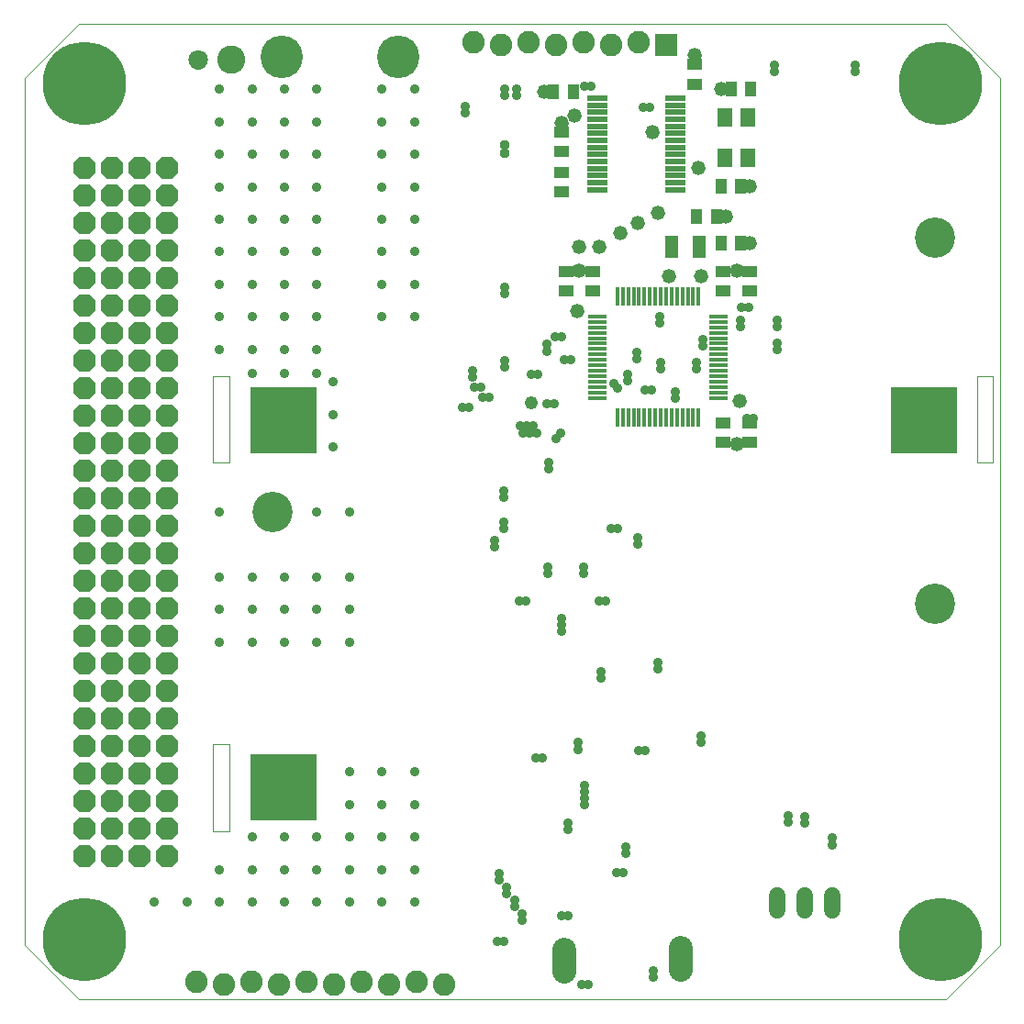
<source format=gbs>
G75*
%MOIN*%
%OFA0B0*%
%FSLAX25Y25*%
%IPPOS*%
%LPD*%
%AMOC8*
5,1,8,0,0,1.08239X$1,22.5*
%
%ADD10C,0.00000*%
%ADD11C,0.07099*%
%ADD12OC8,0.08200*%
%ADD13R,0.06902X0.01784*%
%ADD14R,0.01784X0.06902*%
%ADD15R,0.07690X0.02375*%
%ADD16R,0.04737X0.07887*%
%ADD17R,0.05524X0.03950*%
%ADD18R,0.03950X0.05524*%
%ADD19C,0.05200*%
%ADD20R,0.05721X0.07099*%
%ADD21R,0.01784X0.04737*%
%ADD22R,0.04737X0.01784*%
%ADD23R,0.08200X0.08200*%
%ADD24C,0.08200*%
%ADD25C,0.06000*%
%ADD26C,0.08600*%
%ADD27C,0.00394*%
%ADD28R,0.24422X0.24422*%
%ADD29C,0.30328*%
%ADD30C,0.03581*%
%ADD31C,0.04762*%
%ADD32C,0.15430*%
%ADD33C,0.14643*%
%ADD34C,0.03778*%
%ADD35C,0.10249*%
D10*
X0039902Y0020348D02*
X0020217Y0040033D01*
X0020217Y0354994D01*
X0039902Y0374679D01*
X0354862Y0374679D01*
X0374547Y0354994D01*
X0374547Y0040033D01*
X0354862Y0020348D01*
X0039902Y0020348D01*
X0080059Y0361687D02*
X0080061Y0361799D01*
X0080067Y0361910D01*
X0080077Y0362022D01*
X0080091Y0362133D01*
X0080108Y0362243D01*
X0080130Y0362353D01*
X0080156Y0362462D01*
X0080185Y0362570D01*
X0080218Y0362676D01*
X0080255Y0362782D01*
X0080296Y0362886D01*
X0080341Y0362989D01*
X0080389Y0363090D01*
X0080440Y0363189D01*
X0080495Y0363286D01*
X0080554Y0363381D01*
X0080615Y0363475D01*
X0080680Y0363566D01*
X0080749Y0363654D01*
X0080820Y0363740D01*
X0080894Y0363824D01*
X0080972Y0363904D01*
X0081052Y0363982D01*
X0081135Y0364058D01*
X0081220Y0364130D01*
X0081308Y0364199D01*
X0081398Y0364265D01*
X0081491Y0364327D01*
X0081586Y0364387D01*
X0081683Y0364443D01*
X0081781Y0364495D01*
X0081882Y0364544D01*
X0081984Y0364589D01*
X0082088Y0364631D01*
X0082193Y0364669D01*
X0082300Y0364703D01*
X0082407Y0364733D01*
X0082516Y0364760D01*
X0082625Y0364782D01*
X0082736Y0364801D01*
X0082846Y0364816D01*
X0082958Y0364827D01*
X0083069Y0364834D01*
X0083181Y0364837D01*
X0083293Y0364836D01*
X0083405Y0364831D01*
X0083516Y0364822D01*
X0083627Y0364809D01*
X0083738Y0364792D01*
X0083848Y0364772D01*
X0083957Y0364747D01*
X0084065Y0364719D01*
X0084172Y0364686D01*
X0084278Y0364650D01*
X0084382Y0364610D01*
X0084485Y0364567D01*
X0084587Y0364520D01*
X0084686Y0364469D01*
X0084784Y0364415D01*
X0084880Y0364357D01*
X0084974Y0364296D01*
X0085065Y0364232D01*
X0085154Y0364165D01*
X0085241Y0364094D01*
X0085325Y0364020D01*
X0085407Y0363944D01*
X0085485Y0363864D01*
X0085561Y0363782D01*
X0085634Y0363697D01*
X0085704Y0363610D01*
X0085770Y0363520D01*
X0085834Y0363428D01*
X0085894Y0363334D01*
X0085951Y0363238D01*
X0086004Y0363139D01*
X0086054Y0363039D01*
X0086100Y0362938D01*
X0086143Y0362834D01*
X0086182Y0362729D01*
X0086217Y0362623D01*
X0086248Y0362516D01*
X0086276Y0362407D01*
X0086299Y0362298D01*
X0086319Y0362188D01*
X0086335Y0362077D01*
X0086347Y0361966D01*
X0086355Y0361855D01*
X0086359Y0361743D01*
X0086359Y0361631D01*
X0086355Y0361519D01*
X0086347Y0361408D01*
X0086335Y0361297D01*
X0086319Y0361186D01*
X0086299Y0361076D01*
X0086276Y0360967D01*
X0086248Y0360858D01*
X0086217Y0360751D01*
X0086182Y0360645D01*
X0086143Y0360540D01*
X0086100Y0360436D01*
X0086054Y0360335D01*
X0086004Y0360235D01*
X0085951Y0360136D01*
X0085894Y0360040D01*
X0085834Y0359946D01*
X0085770Y0359854D01*
X0085704Y0359764D01*
X0085634Y0359677D01*
X0085561Y0359592D01*
X0085485Y0359510D01*
X0085407Y0359430D01*
X0085325Y0359354D01*
X0085241Y0359280D01*
X0085154Y0359209D01*
X0085065Y0359142D01*
X0084974Y0359078D01*
X0084880Y0359017D01*
X0084784Y0358959D01*
X0084686Y0358905D01*
X0084587Y0358854D01*
X0084485Y0358807D01*
X0084382Y0358764D01*
X0084278Y0358724D01*
X0084172Y0358688D01*
X0084065Y0358655D01*
X0083957Y0358627D01*
X0083848Y0358602D01*
X0083738Y0358582D01*
X0083627Y0358565D01*
X0083516Y0358552D01*
X0083405Y0358543D01*
X0083293Y0358538D01*
X0083181Y0358537D01*
X0083069Y0358540D01*
X0082958Y0358547D01*
X0082846Y0358558D01*
X0082736Y0358573D01*
X0082625Y0358592D01*
X0082516Y0358614D01*
X0082407Y0358641D01*
X0082300Y0358671D01*
X0082193Y0358705D01*
X0082088Y0358743D01*
X0081984Y0358785D01*
X0081882Y0358830D01*
X0081781Y0358879D01*
X0081683Y0358931D01*
X0081586Y0358987D01*
X0081491Y0359047D01*
X0081398Y0359109D01*
X0081308Y0359175D01*
X0081220Y0359244D01*
X0081135Y0359316D01*
X0081052Y0359392D01*
X0080972Y0359470D01*
X0080894Y0359550D01*
X0080820Y0359634D01*
X0080749Y0359720D01*
X0080680Y0359808D01*
X0080615Y0359899D01*
X0080554Y0359993D01*
X0080495Y0360088D01*
X0080440Y0360185D01*
X0080389Y0360284D01*
X0080341Y0360385D01*
X0080296Y0360488D01*
X0080255Y0360592D01*
X0080218Y0360698D01*
X0080185Y0360804D01*
X0080156Y0360912D01*
X0080130Y0361021D01*
X0080108Y0361131D01*
X0080091Y0361241D01*
X0080077Y0361352D01*
X0080067Y0361464D01*
X0080061Y0361575D01*
X0080059Y0361687D01*
D11*
X0083209Y0361687D03*
D12*
X0071857Y0322489D03*
X0071857Y0312489D03*
X0071857Y0302489D03*
X0071857Y0292489D03*
X0071857Y0282489D03*
X0071857Y0272489D03*
X0071857Y0262489D03*
X0071857Y0252489D03*
X0071857Y0242489D03*
X0071857Y0232489D03*
X0071857Y0222489D03*
X0071857Y0212489D03*
X0071857Y0202489D03*
X0071857Y0192489D03*
X0071857Y0182489D03*
X0071857Y0172489D03*
X0071857Y0162489D03*
X0071857Y0152489D03*
X0071857Y0142489D03*
X0071857Y0132489D03*
X0071857Y0122489D03*
X0071857Y0112489D03*
X0071857Y0102489D03*
X0071857Y0092489D03*
X0071857Y0082489D03*
X0071857Y0072489D03*
X0061857Y0072489D03*
X0061857Y0082489D03*
X0061857Y0092489D03*
X0061857Y0102489D03*
X0061857Y0112489D03*
X0061857Y0122489D03*
X0061857Y0132489D03*
X0061857Y0142489D03*
X0061857Y0152489D03*
X0061857Y0162489D03*
X0061857Y0172489D03*
X0061857Y0182489D03*
X0061857Y0192489D03*
X0061857Y0202489D03*
X0061857Y0212489D03*
X0061857Y0222489D03*
X0061857Y0232489D03*
X0061857Y0242489D03*
X0061857Y0252489D03*
X0061857Y0262489D03*
X0061857Y0272489D03*
X0061857Y0282489D03*
X0061857Y0292489D03*
X0061857Y0302489D03*
X0061857Y0312489D03*
X0061857Y0322489D03*
X0051857Y0322489D03*
X0051857Y0312489D03*
X0041857Y0312489D03*
X0041857Y0322489D03*
X0041857Y0302489D03*
X0051857Y0302489D03*
X0051857Y0292489D03*
X0051857Y0282489D03*
X0041857Y0282489D03*
X0041857Y0292489D03*
X0041857Y0272489D03*
X0051857Y0272489D03*
X0051857Y0262489D03*
X0041857Y0262489D03*
X0041857Y0252489D03*
X0051857Y0252489D03*
X0051857Y0242489D03*
X0051857Y0232489D03*
X0041857Y0232489D03*
X0041857Y0242489D03*
X0041857Y0222489D03*
X0051857Y0222489D03*
X0051857Y0212489D03*
X0041857Y0212489D03*
X0041857Y0202489D03*
X0051857Y0202489D03*
X0051857Y0192489D03*
X0051857Y0182489D03*
X0041857Y0182489D03*
X0041857Y0192489D03*
X0041857Y0172489D03*
X0051857Y0172489D03*
X0051857Y0162489D03*
X0041857Y0162489D03*
X0041857Y0152489D03*
X0051857Y0152489D03*
X0051857Y0142489D03*
X0051857Y0132489D03*
X0041857Y0132489D03*
X0041857Y0142489D03*
X0041857Y0122489D03*
X0051857Y0122489D03*
X0051857Y0112489D03*
X0041857Y0112489D03*
X0041857Y0102489D03*
X0051857Y0102489D03*
X0051857Y0092489D03*
X0041857Y0092489D03*
X0041857Y0082489D03*
X0051857Y0082489D03*
X0051857Y0072489D03*
X0041857Y0072489D03*
D13*
X0228342Y0238970D03*
X0228342Y0240939D03*
X0228342Y0242907D03*
X0228342Y0244876D03*
X0228342Y0246844D03*
X0228342Y0248813D03*
X0228342Y0250781D03*
X0228342Y0252750D03*
X0228342Y0254718D03*
X0228342Y0256687D03*
X0228342Y0258655D03*
X0228342Y0260624D03*
X0228342Y0262592D03*
X0228342Y0264561D03*
X0228342Y0266529D03*
X0228342Y0268498D03*
X0272437Y0268498D03*
X0272437Y0266529D03*
X0272437Y0264561D03*
X0272437Y0262592D03*
X0272437Y0260624D03*
X0272437Y0258655D03*
X0272437Y0256687D03*
X0272437Y0254718D03*
X0272437Y0252750D03*
X0272437Y0250781D03*
X0272437Y0248813D03*
X0272437Y0246844D03*
X0272437Y0244876D03*
X0272437Y0242907D03*
X0272437Y0240939D03*
X0272437Y0238970D03*
D14*
X0265153Y0231687D03*
X0263185Y0231687D03*
X0261216Y0231687D03*
X0259248Y0231687D03*
X0257279Y0231687D03*
X0255311Y0231687D03*
X0253342Y0231687D03*
X0251374Y0231687D03*
X0249405Y0231687D03*
X0247437Y0231687D03*
X0245468Y0231687D03*
X0243500Y0231687D03*
X0241531Y0231687D03*
X0239562Y0231687D03*
X0237594Y0231687D03*
X0235625Y0231687D03*
X0235625Y0275781D03*
X0237594Y0275781D03*
X0239562Y0275781D03*
X0241531Y0275781D03*
X0243500Y0275781D03*
X0245468Y0275781D03*
X0247437Y0275781D03*
X0249405Y0275781D03*
X0251374Y0275781D03*
X0253342Y0275781D03*
X0255311Y0275781D03*
X0257279Y0275781D03*
X0259248Y0275781D03*
X0261216Y0275781D03*
X0263185Y0275781D03*
X0265153Y0275781D03*
D15*
X0256688Y0314600D03*
X0256688Y0317159D03*
X0256688Y0319718D03*
X0256688Y0322277D03*
X0256688Y0324836D03*
X0256688Y0327395D03*
X0256688Y0329954D03*
X0256688Y0332513D03*
X0256688Y0335073D03*
X0256688Y0337632D03*
X0256688Y0340191D03*
X0256688Y0342750D03*
X0256688Y0345309D03*
X0256688Y0347868D03*
X0228342Y0347868D03*
X0228342Y0345309D03*
X0228342Y0342750D03*
X0228342Y0340191D03*
X0228342Y0337632D03*
X0228342Y0335073D03*
X0228342Y0332513D03*
X0228342Y0329954D03*
X0228342Y0327395D03*
X0228342Y0324836D03*
X0228342Y0322277D03*
X0228342Y0319718D03*
X0228342Y0317159D03*
X0228342Y0314600D03*
D16*
X0255468Y0293734D03*
X0265311Y0293734D03*
D17*
X0274011Y0284758D03*
X0274011Y0277671D03*
X0283854Y0277671D03*
X0283854Y0284758D03*
X0283854Y0229797D03*
X0283854Y0222710D03*
X0274011Y0222710D03*
X0274011Y0229797D03*
X0226767Y0277671D03*
X0226767Y0284758D03*
X0216925Y0284758D03*
X0216925Y0277671D03*
X0215448Y0313754D03*
X0215448Y0320840D03*
X0215448Y0328360D03*
X0215448Y0335447D03*
X0263677Y0352966D03*
X0263677Y0360053D03*
D18*
X0276944Y0351175D03*
X0284031Y0351175D03*
X0280429Y0315742D03*
X0273342Y0315742D03*
X0271570Y0304915D03*
X0264484Y0304915D03*
X0273342Y0295073D03*
X0280429Y0295073D03*
X0219562Y0350191D03*
X0212476Y0350191D03*
D19*
X0209051Y0350191D03*
X0215448Y0338872D03*
X0219877Y0341332D03*
X0248421Y0335427D03*
X0265153Y0322632D03*
X0274996Y0304915D03*
X0283854Y0315742D03*
X0283854Y0295073D03*
X0278933Y0285230D03*
X0266137Y0283262D03*
X0254326Y0283262D03*
X0242907Y0302370D03*
X0236660Y0298749D03*
X0229139Y0293734D03*
X0221639Y0293734D03*
X0221846Y0285230D03*
X0220862Y0270466D03*
X0250389Y0306284D03*
X0273519Y0351175D03*
X0263677Y0363478D03*
X0279917Y0237986D03*
X0278933Y0222238D03*
D20*
X0283185Y0326096D03*
X0274523Y0326096D03*
X0274523Y0340663D03*
X0283185Y0340663D03*
D21*
X0220271Y0350191D03*
D22*
X0215448Y0328045D03*
X0263677Y0352651D03*
X0283785Y0276979D03*
X0283985Y0230260D03*
X0216920Y0276901D03*
D23*
X0253442Y0367071D03*
D24*
X0243442Y0368071D03*
X0233442Y0367071D03*
X0223442Y0368071D03*
X0213442Y0367071D03*
X0203442Y0368071D03*
X0193442Y0367071D03*
X0183442Y0368071D03*
X0162618Y0026754D03*
X0172618Y0025754D03*
X0152618Y0025754D03*
X0142618Y0026754D03*
X0132618Y0025754D03*
X0122618Y0026754D03*
X0112618Y0025754D03*
X0102618Y0026754D03*
X0092618Y0025754D03*
X0082618Y0026754D03*
D25*
X0293681Y0052788D02*
X0293681Y0057988D01*
X0303681Y0057988D02*
X0303681Y0052788D01*
X0313681Y0052788D02*
X0313681Y0057988D01*
D26*
X0258799Y0039012D02*
X0258799Y0031212D01*
X0216280Y0030621D02*
X0216280Y0038421D01*
D27*
X0094626Y0081569D02*
X0088721Y0081569D01*
X0088721Y0113065D01*
X0094626Y0113065D01*
X0094626Y0081569D01*
X0094626Y0215427D02*
X0088721Y0215427D01*
X0088721Y0246923D01*
X0094626Y0246923D01*
X0094626Y0215427D01*
X0366280Y0215427D02*
X0366280Y0246923D01*
X0372185Y0246923D01*
X0372185Y0215427D01*
X0366280Y0215427D01*
D28*
X0347185Y0230663D03*
X0114311Y0230663D03*
X0114311Y0097514D03*
D29*
X0041870Y0042002D03*
X0041870Y0353025D03*
X0352894Y0353025D03*
X0352894Y0042002D03*
D30*
X0313721Y0076647D03*
X0313721Y0079010D03*
X0303681Y0084521D03*
X0303681Y0086884D03*
X0297776Y0087277D03*
X0297776Y0084915D03*
X0265886Y0113655D03*
X0265886Y0116018D03*
X0245807Y0110899D03*
X0243445Y0110899D03*
X0223760Y0098104D03*
X0223760Y0095742D03*
X0223760Y0093380D03*
X0223760Y0091018D03*
X0217755Y0084521D03*
X0217755Y0082159D03*
X0235374Y0066411D03*
X0237736Y0066411D03*
X0238721Y0073498D03*
X0238721Y0075860D03*
X0217854Y0050663D03*
X0215492Y0050663D03*
X0201122Y0051451D03*
X0201122Y0049088D03*
X0198406Y0054128D03*
X0198406Y0056490D03*
X0195413Y0058852D03*
X0195413Y0061214D03*
X0192658Y0063813D03*
X0192658Y0066175D03*
X0192067Y0041608D03*
X0194429Y0041608D03*
X0222579Y0025735D03*
X0224941Y0025735D03*
X0248760Y0028616D03*
X0248760Y0030978D03*
X0221398Y0111293D03*
X0221398Y0113655D03*
X0208406Y0108144D03*
X0206043Y0108144D03*
X0229665Y0137277D03*
X0229665Y0139640D03*
X0215492Y0154241D03*
X0215492Y0156603D03*
X0215492Y0158965D03*
X0228878Y0165230D03*
X0231240Y0165230D03*
X0223366Y0175073D03*
X0223366Y0177435D03*
X0233209Y0191608D03*
X0235583Y0191601D03*
X0243051Y0188262D03*
X0243051Y0185899D03*
X0210374Y0177435D03*
X0210374Y0175073D03*
X0202303Y0165230D03*
X0199941Y0165230D03*
X0191083Y0184718D03*
X0191083Y0187081D03*
X0194232Y0191608D03*
X0194232Y0193970D03*
X0194232Y0202710D03*
X0194232Y0205073D03*
X0210571Y0213262D03*
X0210571Y0215624D03*
X0213327Y0224088D03*
X0215177Y0226018D03*
X0206209Y0226304D03*
X0203846Y0226304D03*
X0201484Y0226304D03*
X0200303Y0228666D03*
X0202665Y0228666D03*
X0205028Y0228666D03*
X0210177Y0236962D03*
X0212539Y0236962D03*
X0206634Y0247514D03*
X0204272Y0247514D03*
X0210177Y0255978D03*
X0210177Y0258340D03*
X0212933Y0261293D03*
X0215295Y0261293D03*
X0216280Y0252948D03*
X0218642Y0252948D03*
X0234193Y0244167D03*
X0235768Y0242395D03*
X0239311Y0245151D03*
X0239311Y0247514D03*
X0242854Y0253025D03*
X0242854Y0255388D03*
X0251319Y0251844D03*
X0251319Y0249482D03*
X0248169Y0241805D03*
X0245807Y0241805D03*
X0256831Y0241214D03*
X0256831Y0238852D03*
X0264311Y0249482D03*
X0264311Y0251844D03*
X0266673Y0257750D03*
X0266673Y0260112D03*
X0280453Y0264836D03*
X0280453Y0267199D03*
X0280847Y0271923D03*
X0283209Y0271923D03*
X0293642Y0267199D03*
X0293642Y0264836D03*
X0293642Y0258931D03*
X0293642Y0256569D03*
X0285177Y0231372D03*
X0282815Y0231372D03*
X0250925Y0266018D03*
X0250925Y0268380D03*
X0194626Y0276844D03*
X0194626Y0279206D03*
X0194626Y0252632D03*
X0194626Y0250269D03*
X0186162Y0242907D03*
X0183799Y0242789D03*
X0183091Y0246569D03*
X0183091Y0248931D03*
X0186752Y0239049D03*
X0189114Y0239049D03*
X0181634Y0235506D03*
X0179272Y0235506D03*
X0161949Y0268380D03*
X0161949Y0280191D03*
X0161949Y0292002D03*
X0161949Y0303813D03*
X0161949Y0315624D03*
X0161949Y0327435D03*
X0161949Y0339246D03*
X0161949Y0351057D03*
X0150138Y0351057D03*
X0150138Y0339246D03*
X0150138Y0327435D03*
X0150138Y0315624D03*
X0150138Y0303813D03*
X0150138Y0292002D03*
X0150138Y0280191D03*
X0150138Y0268380D03*
X0126516Y0268380D03*
X0126516Y0280191D03*
X0126516Y0292002D03*
X0126516Y0303813D03*
X0126516Y0315624D03*
X0126516Y0327435D03*
X0114705Y0327435D03*
X0114705Y0315624D03*
X0102894Y0315624D03*
X0102894Y0327435D03*
X0091083Y0327435D03*
X0091083Y0315624D03*
X0091083Y0303813D03*
X0102894Y0303813D03*
X0114705Y0303813D03*
X0114705Y0292002D03*
X0102894Y0292002D03*
X0091083Y0292002D03*
X0091083Y0280191D03*
X0102894Y0280191D03*
X0114705Y0280191D03*
X0114705Y0268380D03*
X0102894Y0268380D03*
X0091083Y0268380D03*
X0091083Y0256569D03*
X0102894Y0256569D03*
X0102894Y0247710D03*
X0114705Y0247710D03*
X0114705Y0256569D03*
X0126516Y0256569D03*
X0126516Y0247710D03*
X0132421Y0244758D03*
X0132421Y0232947D03*
X0132421Y0221136D03*
X0120610Y0224088D03*
X0120610Y0235899D03*
X0105847Y0235899D03*
X0105847Y0224088D03*
X0091083Y0197514D03*
X0091083Y0173892D03*
X0102894Y0173892D03*
X0114705Y0173892D03*
X0126516Y0173892D03*
X0138327Y0173892D03*
X0138327Y0162081D03*
X0126516Y0162081D03*
X0114705Y0162081D03*
X0102894Y0162081D03*
X0091083Y0162081D03*
X0091083Y0150269D03*
X0102894Y0150269D03*
X0114705Y0150269D03*
X0126516Y0150269D03*
X0138327Y0150269D03*
X0138327Y0197514D03*
X0126516Y0197514D03*
X0138327Y0103025D03*
X0138327Y0091214D03*
X0138327Y0079403D03*
X0138327Y0067592D03*
X0138327Y0055781D03*
X0150138Y0055781D03*
X0150138Y0067592D03*
X0150138Y0079403D03*
X0150138Y0091214D03*
X0150138Y0103025D03*
X0161949Y0103025D03*
X0161949Y0091214D03*
X0161949Y0079403D03*
X0161949Y0067592D03*
X0161949Y0055781D03*
X0126516Y0055781D03*
X0114705Y0055781D03*
X0102894Y0055781D03*
X0091083Y0055781D03*
X0079272Y0055781D03*
X0091083Y0067592D03*
X0102894Y0067592D03*
X0114705Y0067592D03*
X0126516Y0067592D03*
X0126516Y0079403D03*
X0114705Y0079403D03*
X0102894Y0079403D03*
X0114705Y0091214D03*
X0114705Y0103025D03*
X0067461Y0055781D03*
X0250335Y0140624D03*
X0250335Y0142986D03*
X0180453Y0342395D03*
X0180453Y0344758D03*
X0194626Y0348892D03*
X0194626Y0351254D03*
X0198957Y0351254D03*
X0198957Y0348892D03*
X0223760Y0352041D03*
X0226122Y0352041D03*
X0245020Y0344402D03*
X0247382Y0344402D03*
X0292658Y0357356D03*
X0292658Y0359718D03*
X0322185Y0359718D03*
X0322185Y0357356D03*
X0126516Y0351057D03*
X0126516Y0339246D03*
X0114705Y0339246D03*
X0114705Y0351057D03*
X0102894Y0351057D03*
X0102894Y0339246D03*
X0091083Y0339246D03*
X0091083Y0351057D03*
D31*
X0204272Y0237277D03*
D32*
X0156043Y0362868D03*
X0113524Y0362868D03*
D33*
X0110374Y0197514D03*
X0351122Y0164128D03*
X0351122Y0297317D03*
D34*
X0194626Y0327986D03*
X0194626Y0330742D03*
D35*
X0095217Y0361687D03*
M02*

</source>
